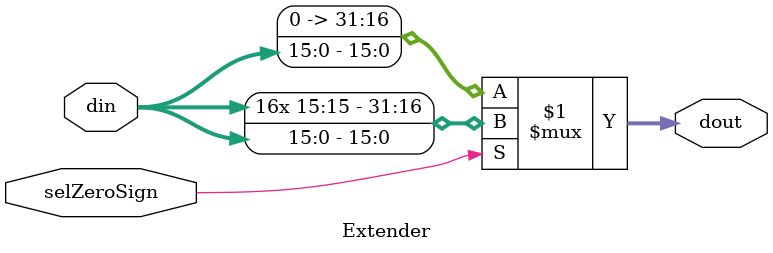
<source format=v>
`timescale 1ns / 1ps

module Extender#(parameter from=16,to=32)(
    input [from-1:0] din,
	input selZeroSign,
    output [to-1:0] dout
    );

	assign dout=selZeroSign?{{(to-from){din[15]}},din[15:0]}
							:{{(to-from){1'b0}},din};

endmodule

</source>
